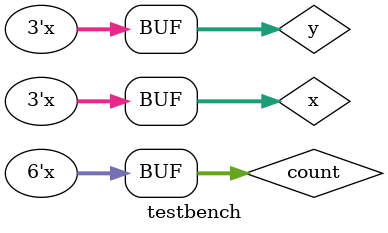
<source format=v>
`timescale 1ns / 1ps


module testbench();
    wire [2:0] x;
    wire [2:0] y;
    wire xgy,xey,xsy;
    
    reg[5:0] count;
    assign x=count[2:0];
    assign y=count[5:3];
    
    initial begin
        count=6'b0;
    end
    
    always begin
    #10 count = count+6'b1;
    end 
    
    compare_demo compare_sim(
    .x(x),
    .y(y),
    .xgy(xgy),
    .xey(xey),
    .xsy(xsy)
    );
    
endmodule

</source>
